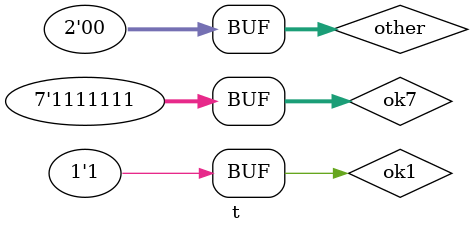
<source format=v>

module t #(
    parameter NUM_LANES  = 1);

  reg [(NUM_LANES*8)-1:0] link_data_reg, link_data_reg_in;
  reg [1:0] other;
  always @(*) begin
    if (NUM_LANES >= 2) begin  // Not a generate if
      link_data_reg_in = {{((NUM_LANES - 2) * 8) {1'b0}}, link_data_reg[15:8]};
    end
    other = {32'bz{1'b1}};
  end

  wire ok1 = 1'b1;
  wire [6:0] ok7 = {3'b111{ok1}};  // Ok
endmodule

</source>
